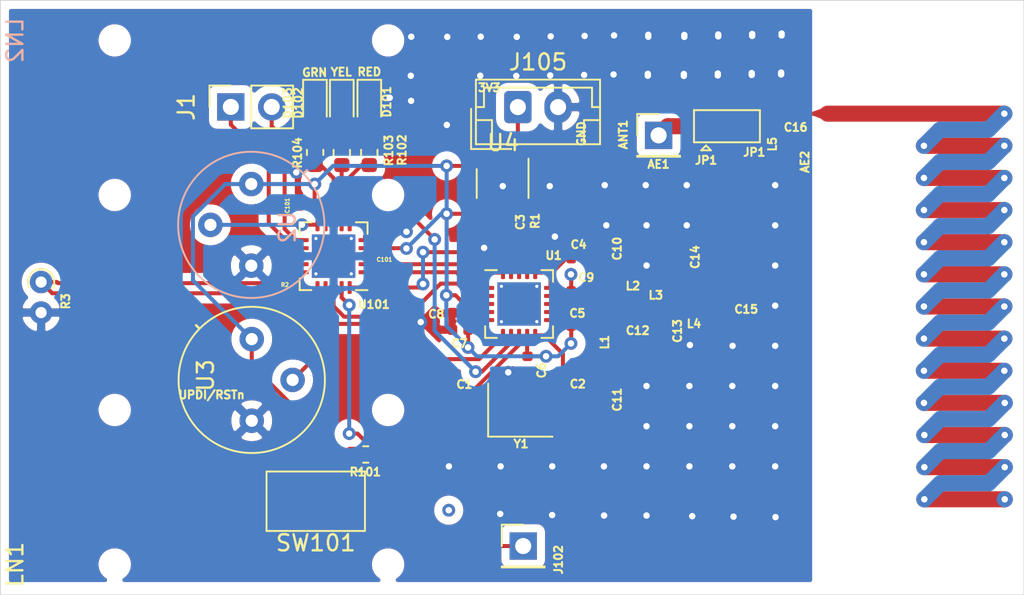
<source format=kicad_pcb>
(kicad_pcb (version 20171130) (host pcbnew "(5.1.5)-3")
  (layers (0 F.Cu signal) (31 B.Cu signal) (34 B.Paste user) (35 F.Paste user) (36 B.SilkS user) (37 F.SilkS user) (38 B.Mask user) (39 F.Mask user) (44 Edge.Cuts user))
  (net 0 "")
  (net 1 "Net-(AE1-Pad1)")
  (net 2 GND)
  (net 3 +3V3)
  (net 4 "Net-(C11-Pad1)")
  (net 5 "Net-(C13-Pad1)")
  (net 6 "Net-(AE2-Pad1)")
  (net 7 "Net-(C16-Pad2)")
  (net 8 /Sheet6001F837/Q1)
  (net 9 /Sheet6001F837/Q2)
  (net 10 /Sheet6001F837/RFN)
  (net 11 "Net-(C12-Pad1)")
  (net 12 /Sheet6001F837/RFP)
  (net 13 "Net-(C14-Pad2)")
  (net 14 "Net-(C15-Pad2)")
  (net 15 "Net-(D101-Pad2)")
  (net 16 "Net-(D102-Pad2)")
  (net 17 "Net-(D103-Pad2)")
  (net 18 /Sheet6001F810/RESETn_UPDI)
  (net 19 "Net-(R1-Pad2)")
  (net 20 /Sheet6001F810/RED)
  (net 21 /Sheet6001F810/YELLOW)
  (net 22 /Sheet6001F810/GREEN)
  (net 23 /Sheet6001F810/SCK)
  (net 24 /Sheet6001F810/MISO)
  (net 25 /Sheet6001F810/GDO2)
  (net 26 /Sheet6001F810/GDO0)
  (net 27 /Sheet6001F837/CSn)
  (net 28 /Sheet6001F810/MOSI)
  (net 29 /Sheet5FFE69EF/to_LDR)
  (net 30 /Sheet5FFE69EF/LDR)
  (net 31 /Sheet5FFE69EF/PIR_1)
  (net 32 /Sheet5FFE69EF/PIR_2)
  (net 33 "Net-(U101-Pad13)")
  (net 34 "Net-(J105-Pad1)")
  (net 35 /Sheet6001F810/RXD)
  (net 36 /Sheet6001F810/TXD)
  (module CUSTOM:FRESNEL_LENS_23x23mm (layer B.Cu) (at 121.43 113.49 270)
    (fp_text reference LN2 (at 0 3.2 90) (layer B.SilkS) (effects (justify mirror)))
    (fp_text value FRESNEL_LENS hide)
    (pad "" np_thru_hole circle (at 23 -20 270) (size 1 1) (drill 1) (layers *.Cu *.Mask))
    (pad "" np_thru_hole circle (at 0 -20 270) (size 1 1) (drill 1) (layers *.Cu *.Mask))
    (pad "" np_thru_hole circle (at 23 -3 270) (size 1 1) (drill 1) (layers *.Cu *.Mask))
    (pad "" np_thru_hole circle (at 0 -3 270) (size 1 1) (drill 1) (layers *.Cu *.Mask))
  )
  (module CUSTOM:digital_PIR_sensor (layer B.Cu) (at 132.92 124.97 90)
    (fp_text reference U2 (at -0.15 2.24 270) (layer B.SilkS) (effects (justify mirror)))
    (fp_text value PIR_digital_sensor)
    (pad 1 thru_hole circle (at 2.54 0 90) (size 1.524 1.524) (drill 0.762) (layers *.Cu *.Mask) (net 3 +3V3))
    (pad 2 thru_hole circle (at 0 -2.54 90) (size 1.524 1.524) (drill 0.762) (layers *.Cu *.Mask) (net 31 /Sheet5FFE69EF/PIR_1))
    (pad 3 thru_hole circle (at -2.54 0 90) (size 1.524 1.524) (drill 0.762) (layers *.Cu *.Mask) (net 2 GND))
  )
  (module CUSTOM:digital_PIR_sensor (layer F.Cu) (at 132.95 134.62 90)
    (fp_text reference U3 (at 0.28 -2.87 90) (layer F.SilkS))
    (fp_text value PIR_digital_sensor)
    (pad 3 thru_hole circle (at -2.54 0 90) (size 1.524 1.524) (drill 0.762) (layers *.Cu *.Mask) (net 2 GND))
    (pad 2 thru_hole circle (at 0 2.54 90) (size 1.524 1.524) (drill 0.762) (layers *.Cu *.Mask) (net 32 /Sheet5FFE69EF/PIR_2))
    (pad 1 thru_hole circle (at 2.54 0 90) (size 1.524 1.524) (drill 0.762) (layers *.Cu *.Mask) (net 3 +3V3))
  )
  (module CUSTOM:FRESNEL_LENS_23x23mm (layer F.Cu) (at 121.43 146.11 90)
    (fp_text reference LN1 (at 0 -3.2 90) (layer F.SilkS))
    (fp_text value FRESNEL_LENS hide)
    (pad "" np_thru_hole circle (at 23 20 90) (size 1 1) (drill 1) (layers *.Cu *.Mask))
    (pad "" np_thru_hole circle (at 0 20 90) (size 1 1) (drill 1) (layers *.Cu *.Mask))
    (pad "" np_thru_hole circle (at 23 3 90) (size 1 1) (drill 1) (layers *.Cu *.Mask))
    (pad "" np_thru_hole circle (at 0 3 90) (size 1 1) (drill 1) (layers *.Cu *.Mask))
  )
  (module Button_Switch_SMD:SW_SPST_CK_RS282G05A3 (layer F.Cu) (at 136.93 142.17 180)
    (fp_text reference SW101 (at 0 -2.6) (layer F.SilkS))
    (fp_text value SW_Push)
    (pad 2 smd rect (at 3.9 0 180) (size 1.5 1.5) (layers F.Cu F.Paste F.Mask) (net 2 GND))
    (pad 1 smd rect (at -3.9 0 180) (size 1.5 1.5) (layers F.Cu F.Paste F.Mask) (net 18 /Sheet6001F810/RESETn_UPDI))
  )
  (module Connector_PinSocket_2.54mm:PinSocket_1x02_P2.54mm_Vertical (layer F.Cu) (at 131.65 117.63 90)
    (fp_text reference J1 (at 0 -2.77 90) (layer F.SilkS))
    (fp_text value UART)
    (pad 2 thru_hole oval (at 0 2.54 90) (size 1.7 1.7) (drill 1) (layers *.Cu *.Mask) (net 35 /Sheet6001F810/RXD))
    (pad 1 thru_hole rect (at 0 0 90) (size 1.7 1.7) (drill 1) (layers *.Cu *.Mask) (net 36 /Sheet6001F810/TXD))
  )
  (module Package_TO_SOT_SMD:SOT-23-5 (layer F.Cu) (at 148.55 122.4 270)
    (fp_text reference U4 (at -2.54 -0.04 180) (layer F.SilkS))
    (fp_text value AP7351D-30WS-7)
    (pad 5 smd rect (at 1.1 -0.95 270) (size 1.06 0.65) (layers F.Cu F.Paste F.Mask))
    (pad 4 smd rect (at 1.1 0.95 270) (size 1.06 0.65) (layers F.Cu F.Paste F.Mask))
    (pad 3 smd rect (at -1.1 0.95 270) (size 1.06 0.65) (layers F.Cu F.Paste F.Mask) (net 3 +3V3))
    (pad 2 smd rect (at -1.1 0 270) (size 1.06 0.65) (layers F.Cu F.Paste F.Mask) (net 2 GND))
    (pad 1 smd rect (at -1.1 -0.95 270) (size 1.06 0.65) (layers F.Cu F.Paste F.Mask) (net 34 "Net-(J105-Pad1)"))
  )
  (module Connector_JST:JST_EH_B2B-EH-A_1x02_P2.50mm_Vertical (layer F.Cu) (at 149.5 117.64)
    (fp_text reference J105 (at 1.25 -2.8) (layer F.SilkS))
    (fp_text value extenal_battery)
    (pad 2 thru_hole oval (at 2.5 0) (size 1.7 2) (drill 1) (layers *.Cu *.Mask) (net 2 GND))
    (pad 1 thru_hole roundrect (at 0 0) (size 1.7 2) (drill 1) (layers *.Cu *.Mask) (roundrect_rratio 0.147059) (net 34 "Net-(J105-Pad1)"))
  )
  (module Capacitor_SMD:C_0402_1005Metric (layer F.Cu) (at 141.2 125.94 90)
    (fp_text reference C101 (at -1.19 0) (layer F.SilkS) (effects (font (size 0.25 0.25) (thickness 0.0625))))
    (fp_text value "0.1uF, 10V")
    (pad 2 smd roundrect (at 0.485 0 90) (size 0.59 0.64) (layers F.Cu F.Paste F.Mask) (net 2 GND))
    (pad 1 smd roundrect (at -0.485 0 90) (size 0.59 0.64) (layers F.Cu F.Paste F.Mask) (net 3 +3V3))
  )
  (module Resistor_SMD:R_0201_0603Metric (layer F.Cu) (at 135.01 127.74 90)
    (fp_text reference R2 (at -0.96 0 180) (layer F.SilkS) (effects (font (size 0.25 0.25) (thickness 0.0625))))
    (fp_text value 20k)
    (pad 2 smd roundrect (at 0.32 0 90) (size 0.46 0.4) (layers F.Cu F.Mask) (net 29 /Sheet5FFE69EF/to_LDR))
    (pad 1 smd roundrect (at -0.32 0 90) (size 0.46 0.4) (layers F.Cu F.Mask) (net 30 /Sheet5FFE69EF/LDR))
  )
  (module Resistor_THT:R_Axial_DIN0204_L3.6mm_D1.6mm_P1.90mm_Vertical (layer F.Cu) (at 119.85 128.53 270)
    (fp_text reference R3 (at 1.2 -1.53 90) (layer F.SilkS) (effects (font (size 0.5 0.5) (thickness 0.125))))
    (fp_text value LDR_443700)
    (pad 2 thru_hole oval (at 1.9 0 270) (size 1.4 1.4) (drill 0.7) (layers *.Cu *.Mask) (net 2 GND))
    (pad 1 thru_hole circle (at 0 0 270) (size 1.4 1.4) (drill 0.7) (layers *.Cu *.Mask) (net 30 /Sheet5FFE69EF/LDR))
  )
  (module Connector_PinHeader_2.54mm:PinHeader_1x01_P2.54mm_Vertical (layer F.Cu) (at 158.25 119.4)
    (fp_text reference AE1 (at 0 1.8) (layer F.SilkS) (effects (font (size 0.5 0.5) (thickness 0.125))))
    (fp_text value Antenna)
    (pad 1 thru_hole rect (at 0 0) (size 1.7 1.7) (drill 1) (layers *.Cu *.Mask) (net 1 "Net-(AE1-Pad1)"))
  )
  (module Capacitor_SMD:C_0402_1005Metric (layer F.Cu) (at 146.365 135.7 180)
    (fp_text reference C1 (at 0.19 0.8) (layer F.SilkS) (effects (font (size 0.5 0.5) (thickness 0.125))))
    (fp_text value 12pF)
    (pad 2 smd roundrect (at 0.485 0 180) (size 0.59 0.64) (layers F.Cu F.Paste F.Mask) (net 2 GND))
    (pad 1 smd roundrect (at -0.485 0 180) (size 0.59 0.64) (layers F.Cu F.Paste F.Mask) (net 8 /Sheet6001F837/Q1))
  )
  (module Capacitor_SMD:C_0402_1005Metric (layer F.Cu) (at 152.785 135.7)
    (fp_text reference C2 (at 0.44 -0.825) (layer F.SilkS) (effects (font (size 0.5 0.5) (thickness 0.125))))
    (fp_text value 15pF)
    (pad 1 smd roundrect (at -0.485 0) (size 0.59 0.64) (layers F.Cu F.Paste F.Mask) (net 9 /Sheet6001F837/Q2))
    (pad 2 smd roundrect (at 0.485 0) (size 0.59 0.64) (layers F.Cu F.Paste F.Mask) (net 2 GND))
  )
  (module Capacitor_SMD:C_0402_1005Metric (layer F.Cu) (at 149.6 126.215 90)
    (fp_text reference C3 (at 1.415 0.05 90) (layer F.SilkS) (effects (font (size 0.5 0.5) (thickness 0.125))))
    (fp_text value 0.1uF)
    (pad 2 smd roundrect (at 0.485 0 90) (size 0.59 0.64) (layers F.Cu F.Paste F.Mask) (net 2 GND))
    (pad 1 smd roundrect (at -0.485 0 90) (size 0.59 0.64) (layers F.Cu F.Paste F.Mask) (net 3 +3V3))
  )
  (module Capacitor_SMD:C_0402_1005Metric (layer F.Cu) (at 153.3 127.05)
    (fp_text reference C4 (at -0.025 -0.85) (layer F.SilkS) (effects (font (size 0.5 0.5) (thickness 0.125))))
    (fp_text value 0.1uF)
    (pad 2 smd roundrect (at 0.485 0) (size 0.59 0.64) (layers F.Cu F.Paste F.Mask) (net 2 GND))
    (pad 1 smd roundrect (at -0.485 0) (size 0.59 0.64) (layers F.Cu F.Paste F.Mask) (net 3 +3V3))
  )
  (module Capacitor_SMD:C_0402_1005Metric (layer F.Cu) (at 153.3 131.25)
    (fp_text reference C5 (at -0.1 -0.775) (layer F.SilkS) (effects (font (size 0.5 0.5) (thickness 0.125))))
    (fp_text value 0.1uF)
    (pad 1 smd roundrect (at -0.485 0) (size 0.59 0.64) (layers F.Cu F.Paste F.Mask) (net 3 +3V3))
    (pad 2 smd roundrect (at 0.485 0) (size 0.59 0.64) (layers F.Cu F.Paste F.Mask) (net 2 GND))
  )
  (module Capacitor_SMD:C_0402_1005Metric (layer F.Cu) (at 150.1 133.635 270)
    (fp_text reference C6 (at 0.39 -0.875 90) (layer F.SilkS) (effects (font (size 0.5 0.5) (thickness 0.125))))
    (fp_text value 0.1uF)
    (pad 1 smd roundrect (at -0.485 0 270) (size 0.59 0.64) (layers F.Cu F.Paste F.Mask) (net 3 +3V3))
    (pad 2 smd roundrect (at 0.485 0 270) (size 0.59 0.64) (layers F.Cu F.Paste F.Mask) (net 2 GND))
  )
  (module Capacitor_SMD:C_0402_1005Metric (layer F.Cu) (at 145.92 131.5 180)
    (fp_text reference C7 (at 0.05 -0.85) (layer F.SilkS) (effects (font (size 0.5 0.5) (thickness 0.125))))
    (fp_text value 0.1uF)
    (pad 2 smd roundrect (at 0.485 0 180) (size 0.59 0.64) (layers F.Cu F.Paste F.Mask) (net 2 GND))
    (pad 1 smd roundrect (at -0.485 0 180) (size 0.59 0.64) (layers F.Cu F.Paste F.Mask) (net 3 +3V3))
  )
  (module Capacitor_SMD:C_0402_1005Metric (layer F.Cu) (at 145.915 130.45 180)
    (fp_text reference C8 (at 1.49 -0.075) (layer F.SilkS) (effects (font (size 0.5 0.5) (thickness 0.125))))
    (fp_text value 0.1uF)
    (pad 2 smd roundrect (at 0.485 0 180) (size 0.59 0.64) (layers F.Cu F.Paste F.Mask) (net 2 GND))
    (pad 1 smd roundrect (at -0.485 0 180) (size 0.59 0.64) (layers F.Cu F.Paste F.Mask) (net 3 +3V3))
  )
  (module Capacitor_SMD:C_0402_1005Metric (layer F.Cu) (at 153.3 129.1)
    (fp_text reference C9 (at 0.45 -0.85) (layer F.SilkS) (effects (font (size 0.5 0.5) (thickness 0.125))))
    (fp_text value 0.1uF)
    (pad 2 smd roundrect (at 0.485 0) (size 0.59 0.64) (layers F.Cu F.Paste F.Mask) (net 2 GND))
    (pad 1 smd roundrect (at -0.485 0) (size 0.59 0.64) (layers F.Cu F.Paste F.Mask) (net 3 +3V3))
  )
  (module Capacitor_SMD:C_0402_1005Metric (layer F.Cu) (at 155.7 128.175 270)
    (fp_text reference C10 (at -1.725 0.025 90) (layer F.SilkS) (effects (font (size 0.5 0.5) (thickness 0.125))))
    (fp_text value 3.9pF)
    (pad 1 smd roundrect (at -0.485 0 270) (size 0.59 0.64) (layers F.Cu F.Paste F.Mask) (net 2 GND))
    (pad 2 smd roundrect (at 0.485 0 270) (size 0.59 0.64) (layers F.Cu F.Paste F.Mask) (net 10 /Sheet6001F837/RFN))
  )
  (module Capacitor_SMD:C_0402_1005Metric (layer F.Cu) (at 155.7 134.15 270)
    (fp_text reference C11 (at 1.7 0.025 90) (layer F.SilkS) (effects (font (size 0.5 0.5) (thickness 0.125))))
    (fp_text value 220pF)
    (pad 2 smd roundrect (at 0.485 0 270) (size 0.59 0.64) (layers F.Cu F.Paste F.Mask) (net 2 GND))
    (pad 1 smd roundrect (at -0.485 0 270) (size 0.59 0.64) (layers F.Cu F.Paste F.Mask) (net 4 "Net-(C11-Pad1)"))
  )
  (module Capacitor_SMD:C_0402_1005Metric (layer F.Cu) (at 156.16 130.66 180)
    (fp_text reference C12 (at -0.79 -0.89 180) (layer F.SilkS) (effects (font (size 0.5 0.5) (thickness 0.125))))
    (fp_text value 3.9pF)
    (pad 1 smd roundrect (at -0.485 0 180) (size 0.59 0.64) (layers F.Cu F.Paste F.Mask) (net 11 "Net-(C12-Pad1)"))
    (pad 2 smd roundrect (at 0.485 0 180) (size 0.59 0.64) (layers F.Cu F.Paste F.Mask) (net 12 /Sheet6001F837/RFP))
  )
  (module Capacitor_SMD:C_0402_1005Metric (layer F.Cu) (at 158.56 131.68 270)
    (fp_text reference C13 (at -0.105 -0.865 90) (layer F.SilkS) (effects (font (size 0.5 0.5) (thickness 0.125))))
    (fp_text value 8.2pF)
    (pad 1 smd roundrect (at -0.485 0 270) (size 0.59 0.64) (layers F.Cu F.Paste F.Mask) (net 5 "Net-(C13-Pad1)"))
    (pad 2 smd roundrect (at 0.485 0 270) (size 0.59 0.64) (layers F.Cu F.Paste F.Mask) (net 2 GND))
  )
  (module Capacitor_SMD:C_0402_1005Metric (layer F.Cu) (at 160.52 128.74 270)
    (fp_text reference C14 (at -1.765 -0.005 90) (layer F.SilkS) (effects (font (size 0.5 0.5) (thickness 0.125))))
    (fp_text value 5.6pF)
    (pad 2 smd roundrect (at 0.485 0 270) (size 0.59 0.64) (layers F.Cu F.Paste F.Mask) (net 13 "Net-(C14-Pad2)"))
    (pad 1 smd roundrect (at -0.485 0 270) (size 0.59 0.64) (layers F.Cu F.Paste F.Mask) (net 2 GND))
  )
  (module Capacitor_SMD:C_0402_1005Metric (layer F.Cu) (at 162.02 130.2)
    (fp_text reference C15 (at 1.68 0.025) (layer F.SilkS) (effects (font (size 0.5 0.5) (thickness 0.125))))
    (fp_text value 220pF)
    (pad 2 smd roundrect (at 0.485 0) (size 0.59 0.64) (layers F.Cu F.Paste F.Mask) (net 14 "Net-(C15-Pad2)"))
    (pad 1 smd roundrect (at -0.485 0) (size 0.59 0.64) (layers F.Cu F.Paste F.Mask) (net 13 "Net-(C14-Pad2)"))
  )
  (module Capacitor_SMD:C_0402_1005Metric (layer F.Cu) (at 166.835 118.05 180)
    (fp_text reference C16 (at 0.06 -0.85) (layer F.SilkS) (effects (font (size 0.5 0.5) (thickness 0.125))))
    (fp_text value "0.9 pF")
    (pad 2 smd roundrect (at 0.485 0 180) (size 0.59 0.64) (layers F.Cu F.Paste F.Mask) (net 7 "Net-(C16-Pad2)"))
    (pad 1 smd roundrect (at -0.485 0 180) (size 0.59 0.64) (layers F.Cu F.Paste F.Mask) (net 6 "Net-(AE2-Pad1)"))
  )
  (module Inductor_SMD:L_0402_1005Metric (layer F.Cu) (at 155.7 132.2 90)
    (fp_text reference L1 (at -0.075 -0.8 90) (layer F.SilkS) (effects (font (size 0.5 0.5) (thickness 0.125))))
    (fp_text value 27nH)
    (pad 1 smd roundrect (at -0.485 0 90) (size 0.59 0.64) (layers F.Cu F.Paste F.Mask) (net 4 "Net-(C11-Pad1)"))
    (pad 2 smd roundrect (at 0.485 0 90) (size 0.59 0.64) (layers F.Cu F.Paste F.Mask) (net 12 /Sheet6001F837/RFP))
  )
  (module Inductor_SMD:L_0402_1005Metric (layer F.Cu) (at 156.16 129.65)
    (fp_text reference L2 (at 0.49 -0.875 180) (layer F.SilkS) (effects (font (size 0.5 0.5) (thickness 0.125))))
    (fp_text value 27nH)
    (pad 2 smd roundrect (at 0.485 0) (size 0.59 0.64) (layers F.Cu F.Paste F.Mask) (net 11 "Net-(C12-Pad1)"))
    (pad 1 smd roundrect (at -0.485 0) (size 0.59 0.64) (layers F.Cu F.Paste F.Mask) (net 10 /Sheet6001F837/RFN))
  )
  (module Inductor_SMD:L_0402_1005Metric (layer F.Cu) (at 158.09 130.2 180)
    (fp_text reference L3 (at 0.015 0.85) (layer F.SilkS) (effects (font (size 0.5 0.5) (thickness 0.125))))
    (fp_text value 22nH)
    (pad 1 smd roundrect (at -0.485 0 180) (size 0.59 0.64) (layers F.Cu F.Paste F.Mask) (net 5 "Net-(C13-Pad1)"))
    (pad 2 smd roundrect (at 0.485 0 180) (size 0.59 0.64) (layers F.Cu F.Paste F.Mask) (net 11 "Net-(C12-Pad1)"))
  )
  (module Inductor_SMD:L_0402_1005Metric (layer F.Cu) (at 160.05 130.2 180)
    (fp_text reference L4 (at -0.4 -0.925) (layer F.SilkS) (effects (font (size 0.5 0.5) (thickness 0.125))))
    (fp_text value 27nH)
    (pad 2 smd roundrect (at 0.485 0 180) (size 0.59 0.64) (layers F.Cu F.Paste F.Mask) (net 5 "Net-(C13-Pad1)"))
    (pad 1 smd roundrect (at -0.485 0 180) (size 0.59 0.64) (layers F.Cu F.Paste F.Mask) (net 13 "Net-(C14-Pad2)"))
  )
  (module Inductor_SMD:L_0402_1005Metric (layer F.Cu) (at 165.35 118.51 270)
    (fp_text reference L5 (at 1.44 0.025 90) (layer F.SilkS) (effects (font (size 0.5 0.5) (thickness 0.125))))
    (fp_text value 56nH)
    (pad 2 smd roundrect (at 0.485 0 270) (size 0.59 0.64) (layers F.Cu F.Paste F.Mask) (net 2 GND))
    (pad 1 smd roundrect (at -0.485 0 270) (size 0.59 0.64) (layers F.Cu F.Paste F.Mask) (net 7 "Net-(C16-Pad2)"))
  )
  (module Package_DFN_QFN:QFN-20-1EP_4x4mm_P0.5mm_EP2.7x2.7mm_ThermalVias (layer F.Cu) (at 149.575001 129.895001)
    (fp_text reference U1 (at 2.149999 -3.020001) (layer F.SilkS) (effects (font (size 0.5 0.5) (thickness 0.125))))
    (fp_text value CC110L)
    (pad 1 smd roundrect (at -1.95 -1) (size 0.8 0.25) (layers F.Cu F.Paste F.Mask) (net 23 /Sheet6001F810/SCK))
    (pad 2 smd roundrect (at -1.95 -0.5) (size 0.8 0.25) (layers F.Cu F.Paste F.Mask) (net 24 /Sheet6001F810/MISO))
    (pad 3 smd roundrect (at -1.95 0) (size 0.8 0.25) (layers F.Cu F.Paste F.Mask) (net 25 /Sheet6001F810/GDO2))
    (pad 4 smd roundrect (at -1.95 0.5) (size 0.8 0.25) (layers F.Cu F.Paste F.Mask) (net 3 +3V3))
    (pad 5 smd roundrect (at -1.95 1) (size 0.8 0.25) (layers F.Cu F.Paste F.Mask) (net 3 +3V3))
    (pad 6 smd roundrect (at -1 1.95) (size 0.25 0.8) (layers F.Cu F.Paste F.Mask) (net 26 /Sheet6001F810/GDO0))
    (pad 7 smd roundrect (at -0.5 1.95) (size 0.25 0.8) (layers F.Cu F.Paste F.Mask) (net 27 /Sheet6001F837/CSn))
    (pad 8 smd roundrect (at 0 1.95) (size 0.25 0.8) (layers F.Cu F.Paste F.Mask) (net 8 /Sheet6001F837/Q1))
    (pad 9 smd roundrect (at 0.5 1.95) (size 0.25 0.8) (layers F.Cu F.Paste F.Mask) (net 3 +3V3))
    (pad 10 smd roundrect (at 1 1.95) (size 0.25 0.8) (layers F.Cu F.Paste F.Mask) (net 9 /Sheet6001F837/Q2))
    (pad 11 smd roundrect (at 1.95 1) (size 0.8 0.25) (layers F.Cu F.Paste F.Mask) (net 3 +3V3))
    (pad 12 smd roundrect (at 1.95 0.5) (size 0.8 0.25) (layers F.Cu F.Paste F.Mask) (net 12 /Sheet6001F837/RFP))
    (pad 13 smd roundrect (at 1.95 0) (size 0.8 0.25) (layers F.Cu F.Paste F.Mask) (net 10 /Sheet6001F837/RFN))
    (pad 14 smd roundrect (at 1.95 -0.5) (size 0.8 0.25) (layers F.Cu F.Paste F.Mask) (net 3 +3V3))
    (pad 15 smd roundrect (at 1.95 -1) (size 0.8 0.25) (layers F.Cu F.Paste F.Mask) (net 3 +3V3))
    (pad 16 smd roundrect (at 1 -1.95) (size 0.25 0.8) (layers F.Cu F.Paste F.Mask) (net 2 GND))
    (pad 17 smd roundrect (at 0.5 -1.95) (size 0.25 0.8) (layers F.Cu F.Paste F.Mask) (net 19 "Net-(R1-Pad2)"))
    (pad 18 smd roundrect (at 0 -1.95) (size 0.25 0.8) (layers F.Cu F.Paste F.Mask) (net 3 +3V3))
    (pad 19 smd roundrect (at -0.5 -1.95) (size 0.25 0.8) (layers F.Cu F.Paste F.Mask) (net 2 GND))
    (pad 20 smd roundrect (at -1 -1.95) (size 0.25 0.8) (layers F.Cu F.Paste F.Mask) (net 28 /Sheet6001F810/MOSI))
    (pad 21 smd rect (at 0 0) (size 2.7 2.7) (layers F.Cu F.Mask))
    (pad 21 thru_hole circle (at -1.1 -1.1) (size 0.5 0.5) (drill 0.2) (layers *.Cu))
    (pad 21 thru_hole circle (at 1.1 -1.1) (size 0.5 0.5) (drill 0.2) (layers *.Cu))
    (pad 21 thru_hole circle (at -1.1 1.1) (size 0.5 0.5) (drill 0.2) (layers *.Cu))
    (pad 21 thru_hole circle (at 1.1 1.1) (size 0.5 0.5) (drill 0.2) (layers *.Cu))
    (pad 21 smd rect (at 0 0) (size 2.7 2.7) (layers B.Cu))
  )
  (module Crystal:Crystal_SMD_3225-4Pin_3.2x2.5mm (layer F.Cu) (at 149.65 136.5)
    (fp_text reference Y1 (at 0.05 2.1) (layer F.SilkS) (effects (font (size 0.5 0.5) (thickness 0.125))))
    (fp_text value "26MHz Crystal, 10pF")
    (pad 1 smd rect (at -1.1 0.85) (size 1.4 1.2) (layers F.Cu F.Paste F.Mask) (net 8 /Sheet6001F837/Q1))
    (pad 2 smd rect (at 1.1 0.85) (size 1.4 1.2) (layers F.Cu F.Paste F.Mask) (net 2 GND))
    (pad 3 smd rect (at 1.1 -0.85) (size 1.4 1.2) (layers F.Cu F.Paste F.Mask) (net 9 /Sheet6001F837/Q2))
    (pad 4 smd rect (at -1.1 -0.85) (size 1.4 1.2) (layers F.Cu F.Paste F.Mask) (net 2 GND))
  )
  (module mylib:433MhZ_basedOn_Texas_SWRA416_868MHz_915MHz (layer F.Cu) (at 173.95 127.05 270)
    (fp_text reference AE2 (at -6 6.6 90) (layer F.SilkS) (effects (font (size 0.5 0.5) (thickness 0.125))))
    (fp_text value Antenna)
    (fp_line (start 13 -5.825) (end 13 -0.825) (layer F.Cu) (width 1))
    (fp_line (start 9 -5.825) (end 10 -4.825) (layer B.Cu) (width 1))
    (fp_line (start 10 -1.825) (end 11 -0.825) (layer B.Cu) (width 1))
    (fp_line (start 14 -4.825) (end 14 -1.825) (layer B.Cu) (width 1))
    (fp_line (start 15 -5.825) (end 15 -0.825) (layer F.Cu) (width 1))
    (fp_line (start 11 -5.825) (end 12 -4.825) (layer B.Cu) (width 1))
    (fp_line (start 12 -4.825) (end 12 -1.825) (layer B.Cu) (width 1))
    (fp_line (start 12 -1.825) (end 13 -0.825) (layer B.Cu) (width 1))
    (fp_line (start 14 -1.825) (end 15 -0.825) (layer B.Cu) (width 1))
    (fp_line (start 11 -5.825) (end 11 -0.825) (layer F.Cu) (width 1))
    (fp_line (start 13 -5.825) (end 14 -4.825) (layer B.Cu) (width 1))
    (fp_line (start 10 -4.825) (end 10 -1.825) (layer B.Cu) (width 1))
    (fp_line (start 7 -5.8) (end 8 -4.8) (layer B.Cu) (width 1))
    (fp_line (start 8 -1.8) (end 9 -0.8) (layer B.Cu) (width 1))
    (fp_line (start 8 -4.8) (end 8 -1.8) (layer B.Cu) (width 1))
    (fp_line (start 9 -5.8) (end 9 -0.8) (layer F.Cu) (width 1))
    (fp_line (start 5 -5.8) (end 6 -4.8) (layer B.Cu) (width 1))
    (fp_line (start 6 -1.8) (end 7 -0.8) (layer B.Cu) (width 1))
    (fp_line (start 6 -4.8) (end 6 -1.8) (layer B.Cu) (width 1))
    (fp_line (start 7 -5.8) (end 7 -0.8) (layer F.Cu) (width 1))
    (fp_line (start 3 -5.8) (end 4 -4.8) (layer B.Cu) (width 1))
    (fp_line (start 4 -1.8) (end 5 -0.8) (layer B.Cu) (width 1))
    (fp_line (start 4 -4.8) (end 4 -1.8) (layer B.Cu) (width 1))
    (fp_line (start 5 -5.8) (end 5 -0.8) (layer F.Cu) (width 1))
    (fp_line (start 1 -5.8) (end 2 -4.8) (layer B.Cu) (width 1))
    (fp_line (start 2 -1.8) (end 3 -0.8) (layer B.Cu) (width 1))
    (fp_line (start 2 -4.8) (end 2 -1.8) (layer B.Cu) (width 1))
    (fp_line (start 3 -5.8) (end 3 -0.8) (layer F.Cu) (width 1))
    (fp_line (start -1 -5.8) (end 0 -4.8) (layer B.Cu) (width 1))
    (fp_line (start 0 -1.8) (end 1 -0.8) (layer B.Cu) (width 1))
    (fp_line (start 0 -4.8) (end 0 -1.8) (layer B.Cu) (width 1))
    (fp_line (start 1 -5.8) (end 1 -0.8) (layer F.Cu) (width 1))
    (fp_line (start -3 -5.8) (end -2 -4.8) (layer B.Cu) (width 1))
    (fp_line (start -2 -1.8) (end -1 -0.8) (layer B.Cu) (width 1))
    (fp_line (start -2 -4.8) (end -2 -1.8) (layer B.Cu) (width 1))
    (fp_line (start -1 -5.8) (end -1 -0.8) (layer F.Cu) (width 1))
    (fp_line (start -4 -4.8) (end -4 -1.8) (layer B.Cu) (width 1))
    (fp_line (start -5 -5.8) (end -4 -4.8) (layer B.Cu) (width 1))
    (fp_line (start -4 -1.8) (end -3 -0.8) (layer B.Cu) (width 1))
    (fp_line (start -3 -5.8) (end -3 -0.8) (layer F.Cu) (width 1))
    (fp_line (start -6 -4.8) (end -6 -1.8) (layer B.Cu) (width 1))
    (fp_line (start -7 -5.8) (end -6 -4.8) (layer B.Cu) (width 1))
    (fp_line (start -6 -1.8) (end -5 -0.8) (layer B.Cu) (width 1))
    (fp_line (start -5 -5.8) (end -5 -0.8) (layer F.Cu) (width 1))
    (fp_line (start -7 -5.8) (end -7 -0.8) (layer F.Cu) (width 1))
    (fp_line (start -9 5.2) (end -9 -5.8) (layer F.Cu) (width 1))
    (fp_line (start -9 -5.8) (end -8 -4.8) (layer B.Cu) (width 1))
    (fp_line (start -8 -4.8) (end -8 -1.8) (layer B.Cu) (width 1))
    (fp_line (start -8 -1.8) (end -7 -0.8) (layer B.Cu) (width 1))
    (pad "" thru_hole circle (at 15 -5.825 90) (size 1 1) (drill 0.4) (layers *.Cu))
    (pad "" thru_hole circle (at 9 -5.825 90) (size 1 1) (drill 0.4) (layers *.Cu))
    (pad "" thru_hole circle (at 13 -0.825 90) (size 1 1) (drill 0.4) (layers *.Cu))
    (pad "" thru_hole circle (at 15 -0.825 90) (size 1 1) (drill 0.4) (layers *.Cu))
    (pad "" thru_hole circle (at 13 -5.825 90) (size 1 1) (drill 0.4) (layers *.Cu))
    (pad "" thru_hole circle (at 11 -5.825 90) (size 1 1) (drill 0.4) (layers *.Cu))
    (pad "" thru_hole circle (at 11 -0.825 90) (size 1 1) (drill 0.4) (layers *.Cu))
    (pad "" thru_hole circle (at 9 -0.8 90) (size 1 1) (drill 0.4) (layers *.Cu))
    (pad "" thru_hole circle (at 7 -5.8 90) (size 1 1) (drill 0.4) (layers *.Cu))
    (pad "" thru_hole circle (at 7 -0.8 90) (size 1 1) (drill 0.4) (layers *.Cu))
    (pad "" thru_hole circle (at 5 -0.8 90) (size 1 1) (drill 0.4) (layers *.Cu))
    (pad "" thru_hole circle (at 5 -5.8 90) (size 1 1) (drill 0.4) (layers *.Cu))
    (pad "" thru_hole circle (at 3 -0.8 90) (size 1 1) (drill 0.4) (layers *.Cu))
    (pad "" thru_hole circle (at 3 -5.8 90) (size 1 1) (drill 0.4) (layers *.Cu))
    (pad "" thru_hole circle (at 1 -5.8 90) (size 1 1) (drill 0.4) (layers *.Cu))
    (pad "" thru_hole circle (at 1 -0.8 90) (size 1 1) (drill 0.4) (layers *.Cu))
    (pad "" thru_hole circle (at -1 -0.8 90) (size 1 1) (drill 0.4) (layers *.Cu))
    (pad "" thru_hole circle (at -1 -5.8 90) (size 1 1) (drill 0.4) (layers *.Cu))
    (pad "" thru_hole circle (at -3 -5.8 90) (size 1 1) (drill 0.4) (layers *.Cu))
    (pad "" thru_hole circle (at -3 -0.8 90) (size 1 1) (drill 0.4) (layers *.Cu))
    (pad "" thru_hole circle (at -5 -0.8 90) (size 1 1) (drill 0.4) (layers *.Cu))
    (pad "" thru_hole circle (at -5 -5.8 90) (size 1 1) (drill 0.4) (layers *.Cu))
    (pad "" thru_hole circle (at -7 -5.8 90) (size 1 1) (drill 0.4) (layers *.Cu))
    (pad "" thru_hole circle (at -7 -0.8 90) (size 1 1) (drill 0.4) (layers *.Cu))
    (pad "" thru_hole circle (at -9 -5.8 90) (size 1 1) (drill 0.4) (layers *.Cu))
    (pad 1 smd trapezoid (at -9 5.9 90) (size 0.4 0.8) (rect_delta 0 0.3) (layers F.Cu) (net 6 "Net-(AE2-Pad1)"))
  )
  (module Jumper:SolderJumper-3_P1.3mm_Open_Pad1.0x1.5mm (layer F.Cu) (at 162.5 118.83)
    (fp_text reference JP1 (at 1.7 1.62) (layer F.SilkS) (effects (font (size 0.5 0.5) (thickness 0.125))))
    (fp_text value Jumper_3_Open)
    (pad 3 smd rect (at 1.3 0) (size 1 1.5) (layers F.Cu F.Mask) (net 7 "Net-(C16-Pad2)"))
    (pad 2 smd rect (at 0 0) (size 1 1.5) (layers F.Cu F.Mask) (net 14 "Net-(C15-Pad2)"))
    (pad 1 smd rect (at -1.3 0) (size 1 1.5) (layers F.Cu F.Mask) (net 1 "Net-(AE1-Pad1)"))
  )
  (module Capacitor_SMD:C_0402_1005Metric (layer F.Cu) (at 136.375 123.77 180)
    (fp_text reference C101 (at 1.21 0 90) (layer F.SilkS) (effects (font (size 0.25 0.25) (thickness 0.0625))))
    (fp_text value "0.1uF, 10V")
    (pad 1 smd roundrect (at -0.485 0 180) (size 0.59 0.64) (layers F.Cu F.Paste F.Mask) (net 3 +3V3))
    (pad 2 smd roundrect (at 0.485 0 180) (size 0.59 0.64) (layers F.Cu F.Paste F.Mask) (net 2 GND))
  )
  (module LED_SMD:LED_0603_1608Metric (layer F.Cu) (at 140.26 117.4275 270)
    (fp_text reference D101 (at -0.1125 -1.085 90) (layer F.SilkS) (effects (font (size 0.5 0.5) (thickness 0.125))))
    (fp_text value RED)
    (pad 2 smd roundrect (at 0.7875 0 270) (size 0.875 0.95) (layers F.Cu F.Paste F.Mask) (net 15 "Net-(D101-Pad2)"))
    (pad 1 smd roundrect (at -0.7875 0 270) (size 0.875 0.95) (layers F.Cu F.Paste F.Mask) (net 2 GND))
  )
  (module LED_SMD:LED_0603_1608Metric (layer F.Cu) (at 138.55 117.4275 270)
    (fp_text reference D102 (at -0.0375 2.705 90) (layer F.SilkS) (effects (font (size 0.5 0.5) (thickness 0.125))))
    (fp_text value YELLOW)
    (pad 1 smd roundrect (at -0.7875 0 270) (size 0.875 0.95) (layers F.Cu F.Paste F.Mask) (net 2 GND))
    (pad 2 smd roundrect (at 0.7875 0 270) (size 0.875 0.95) (layers F.Cu F.Paste F.Mask) (net 16 "Net-(D102-Pad2)"))
  )
  (module LED_SMD:LED_0603_1608Metric (layer F.Cu) (at 136.88 117.4275 270)
    (fp_text reference D103 (at -0.0375 1.685 90) (layer F.SilkS) (effects (font (size 0.5 0.5) (thickness 0.125))))
    (fp_text value GREEN)
    (pad 2 smd roundrect (at 0.7875 0 270) (size 0.875 0.95) (layers F.Cu F.Paste F.Mask) (net 17 "Net-(D103-Pad2)"))
    (pad 1 smd roundrect (at -0.7875 0 270) (size 0.875 0.95) (layers F.Cu F.Paste F.Mask) (net 2 GND))
  )
  (module Resistor_SMD:R_0402_1005Metric (layer F.Cu) (at 150.65 126.2 270)
    (fp_text reference R1 (at -1.475 0.075 90) (layer F.SilkS) (effects (font (size 0.5 0.5) (thickness 0.125))))
    (fp_text value 56K)
    (pad 1 smd roundrect (at -0.485 0 270) (size 0.59 0.64) (layers F.Cu F.Paste F.Mask) (net 2 GND))
    (pad 2 smd roundrect (at 0.485 0 270) (size 0.59 0.64) (layers F.Cu F.Paste F.Mask) (net 19 "Net-(R1-Pad2)"))
  )
  (module Resistor_SMD:R_0603_1608Metric (layer F.Cu) (at 140.04 139.26)
    (fp_text reference R101 (at -0.03 1.09) (layer F.SilkS) (effects (font (size 0.5 0.5) (thickness 0.125))))
    (fp_text value 10K)
    (pad 2 smd roundrect (at 0.7875 0) (size 0.875 0.95) (layers F.Cu F.Paste F.Mask) (net 18 /Sheet6001F810/RESETn_UPDI))
    (pad 1 smd roundrect (at -0.7875 0) (size 0.875 0.95) (layers F.Cu F.Paste F.Mask) (net 3 +3V3))
  )
  (module Resistor_SMD:R_0603_1608Metric (layer F.Cu) (at 140.26 120.46 90)
    (fp_text reference R102 (at 0.145 2.035 90) (layer F.SilkS) (effects (font (size 0.5 0.5) (thickness 0.125))))
    (fp_text value 2.2K)
    (pad 2 smd roundrect (at 0.7875 0 90) (size 0.875 0.95) (layers F.Cu F.Paste F.Mask) (net 15 "Net-(D101-Pad2)"))
    (pad 1 smd roundrect (at -0.7875 0 90) (size 0.875 0.95) (layers F.Cu F.Paste F.Mask) (net 20 /Sheet6001F810/RED))
  )
  (module Resistor_SMD:R_0603_1608Metric (layer F.Cu) (at 138.55 120.46 90)
    (fp_text reference R103 (at 0.12 2.92 90) (layer F.SilkS) (effects (font (size 0.5 0.5) (thickness 0.125))))
    (fp_text value 2.2K)
    (pad 2 smd roundrect (at 0.7875 0 90) (size 0.875 0.95) (layers F.Cu F.Paste F.Mask) (net 16 "Net-(D102-Pad2)"))
    (pad 1 smd roundrect (at -0.7875 0 90) (size 0.875 0.95) (layers F.Cu F.Paste F.Mask) (net 21 /Sheet6001F810/YELLOW))
  )
  (module Package_DFN_QFN:QFN-20-1EP_4x4mm_P0.5mm_EP2.7x2.7mm_ThermalVias (layer F.Cu) (at 138.04 126.92 180)
    (fp_text reference U101 (at -2.51 -3.005) (layer F.SilkS) (effects (font (size 0.5 0.5) (thickness 0.125))))
    (fp_text value ATtiny1606-M)
    (pad 21 smd rect (at 0 0 180) (size 2.7 2.7) (layers B.Cu) (net 2 GND))
    (pad 21 thru_hole circle (at 1.1 1.1 180) (size 0.5 0.5) (drill 0.2) (layers *.Cu) (net 2 GND))
    (pad 21 thru_hole circle (at -1.1 1.1 180) (size 0.5 0.5) (drill 0.2) (layers *.Cu) (net 2 GND))
    (pad 21 thru_hole circle (at 1.1 -1.1 180) (size 0.5 0.5) (drill 0.2) (layers *.Cu) (net 2 GND))
    (pad 21 thru_hole circle (at -1.1 -1.1 180) (size 0.5 0.5) (drill 0.2) (layers *.Cu) (net 2 GND))
    (pad 21 smd rect (at 0 0 180) (size 2.7 2.7) (layers F.Cu F.Mask) (net 2 GND))
    (pad 20 smd roundrect (at -1 -1.95 180) (size 0.25 0.8) (layers F.Cu F.Paste F.Mask) (net 28 /Sheet6001F810/MOSI))
    (pad 19 smd roundrect (at -0.5 -1.95 180) (size 0.25 0.8) (layers F.Cu F.Paste F.Mask) (net 18 /Sheet6001F810/RESETn_UPDI))
    (pad 18 smd roundrect (at 0 -1.95 180) (size 0.25 0.8) (layers F.Cu F.Paste F.Mask) (net 25 /Sheet6001F810/GDO2))
    (pad 17 smd roundrect (at 0.5 -1.95 180) (size 0.25 0.8) (layers F.Cu F.Paste F.Mask) (net 26 /Sheet6001F810/GDO0))
    (pad 16 smd roundrect (at 1 -1.95 180) (size 0.25 0.8) (layers F.Cu F.Paste F.Mask) (net 32 /Sheet5FFE69EF/PIR_2))
    (pad 15 smd roundrect (at 1.95 -1 180) (size 0.8 0.25) (layers F.Cu F.Paste F.Mask) (net 30 /Sheet5FFE69EF/LDR))
    (pad 14 smd roundrect (at 1.95 -0.5 180) (size 0.8 0.25) (layers F.Cu F.Paste F.Mask) (net 29 /Sheet5FFE69EF/to_LDR))
    (pad 13 smd roundrect (at 1.95 0 180) (size 0.8 0.25) (layers F.Cu F.Paste F.Mask) (net 33 "Net-(U101-Pad13)"))
    (pad 12 smd roundrect (at 1.95 0.5 180) (size 0.8 0.25) (layers F.Cu F.Paste F.Mask) (net 36 /Sheet6001F810/TXD))
    (pad 11 smd roundrect (at 1.95 1 180) (size 0.8 0.25) (layers F.Cu F.Paste F.Mask) (net 35 /Sheet6001F810/RXD))
    (pad 10 smd roundrect (at 1 1.95 180) (size 0.25 0.8) (layers F.Cu F.Paste F.Mask) (net 31 /Sheet5FFE69EF/PIR_1))
    (pad 9 smd roundrect (at 0.5 1.95 180) (size 0.25 0.8) (layers F.Cu F.Paste F.Mask) (net 3 +3V3))
    (pad 8 smd roundrect (at 0 1.95 180) (size 0.25 0.8) (layers F.Cu F.Paste F.Mask) (net 22 /Sheet6001F810/GREEN))
    (pad 7 smd roundrect (at -0.5 1.95 180) (size 0.25 0.8) (layers F.Cu F.Paste F.Mask) (net 21 /Sheet6001F810/YELLOW))
    (pad 6 smd roundrect (at -1 1.95 180) (size 0.25 0.8) (layers F.Cu F.Paste F.Mask) (net 20 /Sheet6001F810/RED))
    (pad 5 smd roundrect (at -1.95 1 180) (size 0.8 0.25) (layers F.Cu F.Paste F.Mask) (net 27 /Sheet6001F837/CSn))
    (pad 4 smd roundrect (at -1.95 0.5 180) (size 0.8 0.25) (layers F.Cu F.Paste F.Mask) (net 3 +3V3))
    (pad 3 smd roundrect (at -1.95 0 180) (size 0.8 0.25) (layers F.Cu F.Paste F.Mask) (net 2 GND))
    (pad 2 smd roundrect (at -1.95 -0.5 180) (size 0.8 0.25) (layers F.Cu F.Paste F.Mask) (net 23 /Sheet6001F810/SCK))
    (pad 1 smd roundrect (at -1.95 -1 180) (size 0.8 0.25) (layers F.Cu F.Paste F.Mask) (net 24 /Sheet6001F810/MISO))
  )
  (module Resistor_SMD:R_0603_1608Metric (layer F.Cu) (at 136.89 120.46 90)
    (fp_text reference R104 (at -0.03 -1.095 90) (layer F.SilkS) (effects (font (size 0.5 0.5) (thickness 0.125))))
    (fp_text value 2.2K)
    (pad 1 smd roundrect (at -0.7875 0 90) (size 0.875 0.95) (layers F.Cu F.Paste F.Mask) (net 22 /Sheet6001F810/GREEN))
    (pad 2 smd roundrect (at 0.7875 0 90) (size 0.875 0.95) (layers F.Cu F.Paste F.Mask) (net 17 "Net-(D103-Pad2)"))
  )
  (module Connector_PinHeader_2.54mm:PinHeader_1x01_P2.54mm_Vertical (layer F.Cu) (at 149.83 144.96)
    (fp_text reference J102 (at 2.19 0.85 90) (layer F.SilkS) (effects (font (size 0.5 0.5) (thickness 0.125))))
    (fp_text value Conn_01x01)
    (pad 1 thru_hole rect (at 0 0) (size 1.7 1.7) (drill 1) (layers *.Cu *.Mask) (net 18 /Sheet6001F810/RESETn_UPDI))
  )
  (gr_line (start 117.32 111) (end 117.32 148) (layer Edge.Cuts) (width 0.05))
  (gr_line (start 180.97 111) (end 117.32 111) (layer Edge.Cuts) (width 0.05))
  (gr_text JP1 (at 161.2 120.95) (layer F.SilkS) (effects (font (size 0.5 0.5) (thickness 0.125))))
  (gr_text GRN (at 136.86 115.49) (layer F.SilkS) (effects (font (size 0.5 0.5) (thickness 0.125))))
  (gr_text YEL (at 138.52 115.46) (layer F.SilkS) (effects (font (size 0.5 0.5) (thickness 0.125))))
  (gr_text RED (at 140.26 115.45) (layer F.SilkS) (effects (font (size 0.5 0.5) (thickness 0.125))))
  (gr_text ANT1 (at 156.05 119.35 90) (layer F.SilkS) (effects (font (size 0.5 0.5) (thickness 0.125))))
  (gr_text GND (at 153.45 119.3 90) (layer F.SilkS) (effects (font (size 0.5 0.5) (thickness 0.125))))
  (gr_text 3V3 (at 147.72 116.43) (layer F.SilkS) (effects (font (size 0.5 0.5) (thickness 0.125))))
  (gr_text UPDI/RSTn (at 130.45 135.55) (layer F.SilkS) (effects (font (size 0.5 0.5) (thickness 0.125))))
  (gr_line (start 180.97 148) (end 117.32 148) (layer Edge.Cuts) (width 0.05))
  (gr_line (start 180.97 111) (end 180.97 148) (layer Edge.Cuts) (width 0.05))
  (via (at 145.2 142.73) (size 0.8) (drill 0.4) (layers F.Cu B.Cu) (net 0))
  (segment (start 158.82 118.83) (end 158.25 119.4) (width 1) (layer F.Cu) (net 1))
  (segment (start 161.2 118.83) (end 158.82 118.83) (width 1) (layer F.Cu) (net 1))
  (via (at 160.166666 137.5) (size 0.8) (drill 0.4) (layers F.Cu B.Cu) (net 2))
  (via (at 148.9 134.15) (size 0.8) (drill 0.4) (layers F.Cu B.Cu) (net 2))
  (segment (start 148.55 134.5) (end 148.9 134.15) (width 0.25) (layer F.Cu) (net 2))
  (segment (start 148.55 135.65) (end 148.55 134.5) (width 0.25) (layer F.Cu) (net 2))
  (segment (start 150.575001 127.945001) (end 150.575001 127.924999) (width 0.25) (layer F.Cu) (net 2))
  (via (at 147.4 126.4) (size 0.8) (drill 0.4) (layers F.Cu B.Cu) (net 2))
  (segment (start 147.978022 126.4) (end 147.4 126.4) (width 0.25) (layer F.Cu) (net 2))
  (segment (start 149.075001 127.496979) (end 147.978022 126.4) (width 0.25) (layer F.Cu) (net 2))
  (segment (start 149.075001 127.945001) (end 149.075001 127.496979) (width 0.25) (layer F.Cu) (net 2))
  (via (at 151.8 125.7) (size 0.8) (drill 0.4) (layers F.Cu B.Cu) (net 2))
  (segment (start 151.8 126.720002) (end 151.8 125.7) (width 0.25) (layer F.Cu) (net 2))
  (segment (start 150.575001 127.945001) (end 150.988589 127.945001) (width 0.25) (layer F.Cu) (net 2))
  (segment (start 151.8 127.13359) (end 151.8 126.720002) (width 0.25) (layer F.Cu) (net 2))
  (segment (start 150.988589 127.945001) (end 151.8 127.13359) (width 0.25) (layer F.Cu) (net 2))
  (via (at 160 122.5) (size 0.8) (drill 0.4) (layers F.Cu B.Cu) (net 2))
  (via (at 157.45 122.5) (size 0.8) (drill 0.4) (layers F.Cu B.Cu) (net 2))
  (via (at 157.5 125) (size 0.8) (drill 0.4) (layers F.Cu B.Cu) (net 2))
  (via (at 160 125) (size 0.8) (drill 0.4) (layers F.Cu B.Cu) (net 2))
  (via (at 160.166666 135) (size 0.8) (drill 0.4) (layers F.Cu B.Cu) (net 2))
  (via (at 157.5 135) (size 0.8) (drill 0.4) (layers F.Cu B.Cu) (net 2))
  (via (at 157.5 137.5) (size 0.8) (drill 0.4) (layers F.Cu B.Cu) (net 2))
  (via (at 165.5 122.5) (size 0.8) (drill 0.4) (layers F.Cu B.Cu) (net 2))
  (via (at 165.5 125) (size 0.8) (drill 0.4) (layers F.Cu B.Cu) (net 2))
  (via (at 165.5 127.5) (size 0.8) (drill 0.4) (layers F.Cu B.Cu) (net 2))
  (via (at 165.5 130) (size 0.8) (drill 0.4) (layers F.Cu B.Cu) (net 2))
  (via (at 165.5 132.5) (size 0.8) (drill 0.4) (layers F.Cu B.Cu) (net 2))
  (via (at 165.5 135) (size 0.8) (drill 0.4) (layers F.Cu B.Cu) (net 2))
  (via (at 165.5 137.5) (size 0.8) (drill 0.4) (layers F.Cu B.Cu) (net 2))
  (via (at 165.5 140) (size 0.8) (drill 0.4) (layers F.Cu B.Cu) (net 2))
  (via (at 162.833332 137.5) (size 0.8) (drill 0.4) (layers F.Cu B.Cu) (net 2))
  (via (at 162.833332 140) (size 0.8) (drill 0.4) (layers F.Cu B.Cu) (net 2))
  (via (at 160.166666 140) (size 0.8) (drill 0.4) (layers F.Cu B.Cu) (net 2))
  (via (at 157.5 140) (size 0.8) (drill 0.4) (layers F.Cu B.Cu) (net 2))
  (via (at 154.85 140) (size 0.8) (drill 0.4) (layers F.Cu B.Cu) (net 2))
  (via (at 151.6375 140) (size 0.8) (drill 0.4) (layers F.Cu B.Cu) (net 2))
  (via (at 148.425 140) (size 0.8) (drill 0.4) (layers F.Cu B.Cu) (net 2))
  (via (at 145.2125 140) (size 0.8) (drill 0.4) (layers F.Cu B.Cu) (net 2))
  (via (at 162.833332 135) (size 0.8) (drill 0.4) (layers F.Cu B.Cu) (net 2))
  (via (at 154.9 122.5) (size 0.8) (drill 0.4) (layers F.Cu B.Cu) (net 2))
  (via (at 155 125) (size 0.8) (drill 0.4) (layers F.Cu B.Cu) (net 2))
  (via (at 157.5 127.5) (size 0.8) (drill 0.4) (layers F.Cu B.Cu) (net 2))
  (segment (start 139.99 126.92) (end 138.04 126.92) (width 0.25) (layer F.Cu) (net 2))
  (via (at 151.48 122.56) (size 0.8) (drill 0.4) (layers F.Cu B.Cu) (net 2))
  (segment (start 138.04 126.92) (end 136.94 128.02) (width 0.25) (layer F.Cu) (net 2))
  (via (at 162.85 132.5) (size 0.8) (drill 0.4) (layers F.Cu B.Cu) (net 2))
  (via (at 160.2 132.45) (size 0.8) (drill 0.4) (layers F.Cu B.Cu) (net 2))
  (via (at 148.4 142.96) (size 0.8) (drill 0.4) (layers F.Cu B.Cu) (net 2))
  (via (at 151.63 143.03) (size 0.8) (drill 0.4) (layers F.Cu B.Cu) (net 2))
  (via (at 154.86 143.06) (size 0.8) (drill 0.4) (layers F.Cu B.Cu) (net 2))
  (via (at 157.5 143.06) (size 0.8) (drill 0.4) (layers F.Cu B.Cu) (net 2))
  (via (at 160.34 143.1) (size 0.8) (drill 0.4) (layers F.Cu B.Cu) (net 2))
  (via (at 162.91 143.13) (size 0.8) (drill 0.4) (layers F.Cu B.Cu) (net 2))
  (via (at 165.52 143.16) (size 0.8) (drill 0.4) (layers F.Cu B.Cu) (net 2))
  (via (at 164.04 115.64) (size 0.8) (drill 0.4) (layers F.Cu B.Cu) (net 2))
  (via (at 161.93 115.67) (size 0.8) (drill 0.4) (layers F.Cu B.Cu) (net 2))
  (via (at 159.82 115.7) (size 0.8) (drill 0.4) (layers F.Cu B.Cu) (net 2))
  (via (at 165.87 115.61) (size 0.8) (drill 0.4) (layers F.Cu B.Cu) (net 2))
  (via (at 157.58 115.69) (size 0.8) (drill 0.4) (layers F.Cu B.Cu) (net 2))
  (via (at 148.56 122.56) (size 0.8) (drill 0.4) (layers F.Cu B.Cu) (net 2))
  (via (at 142.86 117.25) (size 0.8) (drill 0.4) (layers F.Cu B.Cu) (net 2))
  (via (at 141.53 117.06) (size 0.8) (drill 0.4) (layers F.Cu B.Cu) (net 2))
  (via (at 161.96 113.24) (size 0.8) (drill 0.4) (layers F.Cu B.Cu) (net 2))
  (via (at 157.61 113.26) (size 0.8) (drill 0.4) (layers F.Cu B.Cu) (net 2))
  (via (at 159.85 113.27) (size 0.8) (drill 0.4) (layers F.Cu B.Cu) (net 2))
  (via (at 164.07 113.21) (size 0.8) (drill 0.4) (layers F.Cu B.Cu) (net 2))
  (via (at 165.9 113.18) (size 0.8) (drill 0.4) (layers F.Cu B.Cu) (net 2))
  (via (at 161.93 115.55) (size 0.8) (drill 0.4) (layers F.Cu B.Cu) (net 2))
  (via (at 157.58 115.57) (size 0.8) (drill 0.4) (layers F.Cu B.Cu) (net 2))
  (via (at 159.82 115.58) (size 0.8) (drill 0.4) (layers F.Cu B.Cu) (net 2))
  (via (at 164.04 115.52) (size 0.8) (drill 0.4) (layers F.Cu B.Cu) (net 2))
  (via (at 165.87 115.49) (size 0.8) (drill 0.4) (layers F.Cu B.Cu) (net 2))
  (via (at 159.85 113.15) (size 0.8) (drill 0.4) (layers F.Cu B.Cu) (net 2))
  (via (at 161.96 113.12) (size 0.8) (drill 0.4) (layers F.Cu B.Cu) (net 2))
  (via (at 164.07 113.09) (size 0.8) (drill 0.4) (layers F.Cu B.Cu) (net 2))
  (via (at 165.9 113.06) (size 0.8) (drill 0.4) (layers F.Cu B.Cu) (net 2))
  (via (at 157.61 113.14) (size 0.8) (drill 0.4) (layers F.Cu B.Cu) (net 2))
  (via (at 147.16 115.69) (size 0.8) (drill 0.4) (layers F.Cu B.Cu) (net 2))
  (via (at 149.4 115.7) (size 0.8) (drill 0.4) (layers F.Cu B.Cu) (net 2))
  (via (at 155.48 113.18) (size 0.8) (drill 0.4) (layers F.Cu B.Cu) (net 2))
  (via (at 151.54 113.24) (size 0.8) (drill 0.4) (layers F.Cu B.Cu) (net 2))
  (via (at 155.45 115.61) (size 0.8) (drill 0.4) (layers F.Cu B.Cu) (net 2))
  (via (at 149.43 113.27) (size 0.8) (drill 0.4) (layers F.Cu B.Cu) (net 2))
  (via (at 153.65 113.21) (size 0.8) (drill 0.4) (layers F.Cu B.Cu) (net 2))
  (via (at 153.62 115.64) (size 0.8) (drill 0.4) (layers F.Cu B.Cu) (net 2))
  (via (at 151.51 115.67) (size 0.8) (drill 0.4) (layers F.Cu B.Cu) (net 2))
  (via (at 147.19 113.26) (size 0.8) (drill 0.4) (layers F.Cu B.Cu) (net 2))
  (via (at 142.84 115.69) (size 0.8) (drill 0.4) (layers F.Cu B.Cu) (net 2))
  (via (at 145.08 118.75) (size 0.8) (drill 0.4) (layers F.Cu B.Cu) (net 2))
  (via (at 145.11 113.27) (size 0.8) (drill 0.4) (layers F.Cu B.Cu) (net 2))
  (via (at 142.87 113.26) (size 0.8) (drill 0.4) (layers F.Cu B.Cu) (net 2))
  (via (at 142.57 125.4) (size 0.8) (drill 0.4) (layers F.Cu B.Cu) (net 2))
  (segment (start 141.2 125.455) (end 142.515 125.455) (width 0.25) (layer F.Cu) (net 2))
  (segment (start 142.515 125.455) (end 142.57 125.4) (width 0.25) (layer F.Cu) (net 2))
  (segment (start 135.89 123.77) (end 135.89 121.875) (width 0.25) (layer F.Cu) (net 2))
  (via (at 135.72 121.705) (size 0.8) (drill 0.4) (layers F.Cu B.Cu) (net 2))
  (segment (start 135.89 121.875) (end 135.72 121.705) (width 0.25) (layer F.Cu) (net 2))
  (segment (start 148.55 122.55) (end 148.56 122.56) (width 0.25) (layer F.Cu) (net 2))
  (segment (start 148.55 121.3) (end 148.55 122.55) (width 0.25) (layer F.Cu) (net 2))
  (via (at 143.46 131.02) (size 0.8) (drill 0.4) (layers F.Cu B.Cu) (net 2))
  (segment (start 145.43 130.45) (end 144.03 130.45) (width 0.25) (layer F.Cu) (net 2))
  (segment (start 144.03 130.45) (end 143.46 131.02) (width 0.25) (layer F.Cu) (net 2))
  (segment (start 143.94 131.5) (end 143.46 131.02) (width 0.25) (layer F.Cu) (net 2))
  (segment (start 145.435 131.5) (end 143.94 131.5) (width 0.25) (layer F.Cu) (net 2))
  (segment (start 149.6 127.920002) (end 149.575001 127.945001) (width 0.25) (layer F.Cu) (net 3))
  (segment (start 147.620002 130.4) (end 147.625001 130.395001) (width 0.25) (layer F.Cu) (net 3))
  (segment (start 150.075001 133.125001) (end 150.1 133.15) (width 0.25) (layer F.Cu) (net 3))
  (segment (start 150.075001 131.845001) (end 150.075001 133.125001) (width 0.25) (layer F.Cu) (net 3))
  (segment (start 152.460001 130.895001) (end 152.815 131.25) (width 0.25) (layer F.Cu) (net 3))
  (segment (start 151.525001 130.895001) (end 152.460001 130.895001) (width 0.25) (layer F.Cu) (net 3))
  (segment (start 152.519999 129.395001) (end 152.815 129.1) (width 0.25) (layer F.Cu) (net 3))
  (segment (start 151.525001 129.395001) (end 152.519999 129.395001) (width 0.25) (layer F.Cu) (net 3))
  (segment (start 152.52 127.05) (end 152.815 127.05) (width 0.25) (layer F.Cu) (net 3))
  (segment (start 151.525001 128.044999) (end 152.52 127.05) (width 0.25) (layer F.Cu) (net 3))
  (segment (start 151.525001 128.895001) (end 151.525001 128.044999) (width 0.25) (layer F.Cu) (net 3))
  (segment (start 149.575001 126.724999) (end 149.6 126.7) (width 0.25) (layer F.Cu) (net 3))
  (segment (start 149.575001 127.945001) (end 149.575001 126.724999) (width 0.25) (layer F.Cu) (net 3))
  (via (at 152.8 132.35) (size 0.8) (drill 0.4) (layers F.Cu B.Cu) (net 3))
  (segment (start 152.815 132.335) (end 152.8 132.35) (width 0.25) (layer F.Cu) (net 3))
  (segment (start 152.815 131.25) (end 152.815 132.335) (width 0.25) (layer F.Cu) (net 3))
  (via (at 152.8 128.05) (size 0.8) (drill 0.4) (layers F.Cu B.Cu) (net 3))
  (segment (start 152.815 128.065) (end 152.8 128.05) (width 0.25) (layer F.Cu) (net 3))
  (segment (start 152.815 129.1) (end 152.815 128.065) (width 0.25) (layer F.Cu) (net 3))
  (via (at 151.25 133.15) (size 0.8) (drill 0.4) (layers F.Cu B.Cu) (net 3))
  (segment (start 150.1 133.15) (end 151.25 133.15) (width 0.25) (layer F.Cu) (net 3))
  (segment (start 152 133.15) (end 152.8 132.35) (width 0.25) (layer B.Cu) (net 3))
  (segment (start 151.25 133.15) (end 152 133.15) (width 0.25) (layer B.Cu) (net 3))
  (segment (start 146.454999 130.395001) (end 146.4 130.45) (width 0.25) (layer F.Cu) (net 3))
  (segment (start 147.625001 130.395001) (end 146.454999 130.395001) (width 0.25) (layer F.Cu) (net 3))
  (segment (start 145.62 129.35) (end 145.05 129.35) (width 0.25) (layer F.Cu) (net 3))
  (via (at 145.05 129.35) (size 0.8) (drill 0.4) (layers F.Cu B.Cu) (net 3))
  (segment (start 146.4 130.13) (end 145.62 129.35) (width 0.25) (layer F.Cu) (net 3))
  (segment (start 146.4 130.45) (end 146.4 130.13) (width 0.25) (layer F.Cu) (net 3))
  (segment (start 139.995 126.425) (end 139.99 126.42) (width 0.25) (layer F.Cu) (net 3))
  (segment (start 141.2 126.425) (end 139.995 126.425) (width 0.25) (layer F.Cu) (net 3))
  (segment (start 137.54 124.45) (end 137.54 124.97) (width 0.25) (layer F.Cu) (net 3))
  (segment (start 136.86 123.77) (end 137.54 124.45) (width 0.25) (layer F.Cu) (net 3))
  (via (at 136.870001 122.43) (size 0.8) (drill 0.4) (layers F.Cu B.Cu) (net 3))
  (segment (start 136.86 123.77) (end 136.86 122.440001) (width 0.25) (layer F.Cu) (net 3))
  (segment (start 136.86 122.440001) (end 136.870001 122.43) (width 0.25) (layer F.Cu) (net 3))
  (segment (start 133.99763 122.43) (end 136.870001 122.43) (width 0.25) (layer B.Cu) (net 3))
  (segment (start 132.92 122.43) (end 133.99763 122.43) (width 0.25) (layer B.Cu) (net 3))
  (segment (start 132.188001 131.318001) (end 132.95 132.08) (width 0.25) (layer B.Cu) (net 3))
  (segment (start 129.292999 128.422999) (end 132.188001 131.318001) (width 0.25) (layer B.Cu) (net 3))
  (segment (start 131.311238 122.43) (end 129.292999 124.448239) (width 0.25) (layer B.Cu) (net 3))
  (segment (start 129.292999 124.448239) (end 129.292999 128.422999) (width 0.25) (layer B.Cu) (net 3))
  (segment (start 132.92 122.43) (end 131.311238 122.43) (width 0.25) (layer B.Cu) (net 3))
  (via (at 145.07 121.3) (size 0.8) (drill 0.4) (layers F.Cu B.Cu) (net 3))
  (segment (start 145.07 121.3) (end 147.6 121.3) (width 0.25) (layer F.Cu) (net 3))
  (segment (start 138.000001 121.3) (end 136.870001 122.43) (width 0.25) (layer B.Cu) (net 3))
  (segment (start 145.07 121.3) (end 138.000001 121.3) (width 0.25) (layer B.Cu) (net 3))
  (via (at 142.57 126.44) (size 0.8) (drill 0.4) (layers F.Cu B.Cu) (net 3))
  (segment (start 141.2 126.425) (end 142.555 126.425) (width 0.25) (layer F.Cu) (net 3))
  (segment (start 142.555 126.425) (end 142.57 126.44) (width 0.25) (layer F.Cu) (net 3))
  (via (at 145.07 124.28) (size 0.8) (drill 0.4) (layers F.Cu B.Cu) (net 3))
  (segment (start 145.07 124.28) (end 145.07 121.3) (width 0.25) (layer B.Cu) (net 3))
  (segment (start 145.07 129.33) (end 145.05 129.35) (width 0.25) (layer B.Cu) (net 3))
  (segment (start 145.07 124.28) (end 145.07 129.33) (width 0.25) (layer B.Cu) (net 3))
  (segment (start 144.73 124.28) (end 145.07 124.28) (width 0.25) (layer B.Cu) (net 3))
  (segment (start 142.57 126.44) (end 144.73 124.28) (width 0.25) (layer B.Cu) (net 3))
  (segment (start 145.635685 124.28) (end 145.07 124.28) (width 0.25) (layer F.Cu) (net 3))
  (segment (start 146.494432 124.28) (end 145.635685 124.28) (width 0.25) (layer F.Cu) (net 3))
  (segment (start 148.914432 126.7) (end 146.494432 124.28) (width 0.25) (layer F.Cu) (net 3))
  (segment (start 149.6 126.7) (end 148.914432 126.7) (width 0.25) (layer F.Cu) (net 3))
  (segment (start 132.95 133.688762) (end 132.95 133.15763) (width 0.25) (layer F.Cu) (net 3))
  (segment (start 132.95 133.15763) (end 132.95 132.08) (width 0.25) (layer F.Cu) (net 3))
  (segment (start 138.521238 139.26) (end 132.95 133.688762) (width 0.25) (layer F.Cu) (net 3))
  (segment (start 139.2525 139.26) (end 138.521238 139.26) (width 0.25) (layer F.Cu) (net 3))
  (segment (start 147.020002 131.5) (end 147.625001 130.895001) (width 0.25) (layer F.Cu) (net 3))
  (segment (start 146.405 131.5) (end 147.020002 131.5) (width 0.25) (layer F.Cu) (net 3))
  (via (at 146.4 132.6) (size 0.8) (drill 0.4) (layers F.Cu B.Cu) (net 3))
  (segment (start 146.405 131.5) (end 146.405 132.595) (width 0.25) (layer F.Cu) (net 3))
  (segment (start 146.405 132.595) (end 146.4 132.6) (width 0.25) (layer F.Cu) (net 3))
  (segment (start 145.05 131.25) (end 146.4 132.6) (width 0.25) (layer B.Cu) (net 3))
  (segment (start 145.05 129.35) (end 145.05 131.25) (width 0.25) (layer B.Cu) (net 3))
  (segment (start 146.95 133.15) (end 151.25 133.15) (width 0.25) (layer B.Cu) (net 3))
  (segment (start 146.4 132.6) (end 146.95 133.15) (width 0.25) (layer B.Cu) (net 3))
  (segment (start 155.7 132.685) (end 155.7 133.665) (width 0.25) (layer F.Cu) (net 4))
  (segment (start 158.575 131.18) (end 158.56 131.195) (width 0.25) (layer F.Cu) (net 5))
  (segment (start 158.575 130.2) (end 158.575 131.18) (width 0.25) (layer F.Cu) (net 5))
  (segment (start 158.575 130.2) (end 159.565 130.2) (width 0.25) (layer F.Cu) (net 5))
  (segment (start 167.32 118.05) (end 167.92499 118.05) (width 0.25) (layer F.Cu) (net 6))
  (segment (start 166.325 118.025) (end 166.35 118.05) (width 0.25) (layer F.Cu) (net 7))
  (segment (start 165.35 118.025) (end 166.325 118.025) (width 0.25) (layer F.Cu) (net 7))
  (segment (start 164.605 118.025) (end 163.8 118.83) (width 0.25) (layer F.Cu) (net 7))
  (segment (start 165.35 118.025) (end 164.605 118.025) (width 0.25) (layer F.Cu) (net 7))
  (segment (start 148.5 137.3) (end 148.55 137.35) (width 0.25) (layer F.Cu) (net 8))
  (segment (start 147.6 137.35) (end 148.55 137.35) (width 0.25) (layer F.Cu) (net 8))
  (segment (start 146.85 136.6) (end 147.6 137.35) (width 0.25) (layer F.Cu) (net 8))
  (segment (start 146.85 135.7) (end 146.85 136.6) (width 0.25) (layer F.Cu) (net 8))
  (segment (start 146.85 135.38) (end 146.85 135.7) (width 0.25) (layer F.Cu) (net 8))
  (segment (start 146.85 135.154434) (end 146.85 135.38) (width 0.25) (layer F.Cu) (net 8))
  (segment (start 149.575001 132.429433) (end 146.85 135.154434) (width 0.25) (layer F.Cu) (net 8))
  (segment (start 149.575001 131.845001) (end 149.575001 132.429433) (width 0.25) (layer F.Cu) (net 8))
  (segment (start 152.25 135.65) (end 152.3 135.7) (width 0.25) (layer F.Cu) (net 9))
  (segment (start 150.75 135.65) (end 152.25 135.65) (width 0.25) (layer F.Cu) (net 9))
  (segment (start 150.575001 131.845001) (end 151.145001 131.845001) (width 0.25) (layer F.Cu) (net 9))
  (segment (start 152.3 133) (end 152.3 135.7) (width 0.25) (layer F.Cu) (net 9))
  (segment (start 151.145001 131.845001) (end 152.3 133) (width 0.25) (layer F.Cu) (net 9))
  (segment (start 151.925001 129.895001) (end 151.525001 129.895001) (width 0.25) (layer F.Cu) (net 10))
  (segment (start 155.134999 129.895001) (end 151.925001 129.895001) (width 0.25) (layer F.Cu) (net 10))
  (segment (start 155.38 129.65) (end 155.134999 129.895001) (width 0.25) (layer F.Cu) (net 10))
  (segment (start 155.675 129.65) (end 155.38 129.65) (width 0.25) (layer F.Cu) (net 10))
  (segment (start 155.675 128.685) (end 155.7 128.66) (width 0.25) (layer F.Cu) (net 10))
  (segment (start 155.675 129.65) (end 155.675 128.685) (width 0.25) (layer F.Cu) (net 10))
  (segment (start 156.71 130.2) (end 156.64 130.13) (width 0.25) (layer F.Cu) (net 11))
  (segment (start 156.64 130.13) (end 156.645 130.66) (width 0.25) (layer F.Cu) (net 11))
  (segment (start 157.605 130.2) (end 156.71 130.2) (width 0.25) (layer F.Cu) (net 11))
  (segment (start 156.645 129.65) (end 156.64 130.13) (width 0.25) (layer F.Cu) (net 11))
  (segment (start 151.925001 130.395001) (end 151.525001 130.395001) (width 0.25) (layer F.Cu) (net 12))
  (segment (start 155.115001 130.395001) (end 151.925001 130.395001) (width 0.25) (layer F.Cu) (net 12))
  (segment (start 155.38 130.66) (end 155.115001 130.395001) (width 0.25) (layer F.Cu) (net 12))
  (segment (start 155.675 130.66) (end 155.38 130.66) (width 0.25) (layer F.Cu) (net 12))
  (segment (start 155.675 131.69) (end 155.7 131.715) (width 0.25) (layer F.Cu) (net 12))
  (segment (start 155.675 130.66) (end 155.675 131.69) (width 0.25) (layer F.Cu) (net 12))
  (segment (start 160.52 130.185) (end 160.535 130.2) (width 0.25) (layer F.Cu) (net 13))
  (segment (start 160.52 129.225) (end 160.52 130.185) (width 0.25) (layer F.Cu) (net 13))
  (segment (start 160.535 130.2) (end 161.535 130.2) (width 0.25) (layer F.Cu) (net 13))
  (segment (start 162.5 118.83) (end 162.5 129) (width 1) (layer F.Cu) (net 14))
  (segment (start 162.5 129.875) (end 162.5 128.78) (width 0.25) (layer F.Cu) (net 14))
  (segment (start 162.505 129.88) (end 162.5 129.875) (width 0.25) (layer F.Cu) (net 14))
  (segment (start 162.505 130.2) (end 162.505 129.88) (width 0.25) (layer F.Cu) (net 14))
  (segment (start 140.26 118.215) (end 140.26 119.6725) (width 0.25) (layer F.Cu) (net 15))
  (segment (start 138.55 118.215) (end 138.55 119.6725) (width 0.25) (layer F.Cu) (net 16))
  (segment (start 136.88 119.6625) (end 136.89 119.6725) (width 0.25) (layer F.Cu) (net 17))
  (segment (start 136.88 118.215) (end 136.88 119.6625) (width 0.25) (layer F.Cu) (net 17))
  (segment (start 140.83 139.2625) (end 140.8275 139.26) (width 0.25) (layer F.Cu) (net 18))
  (segment (start 140.83 142.17) (end 140.83 139.2625) (width 0.25) (layer F.Cu) (net 18))
  (via (at 139.01 129.960001) (size 0.8) (drill 0.4) (layers F.Cu B.Cu) (net 18))
  (segment (start 138.54 128.87) (end 138.54 129.490001) (width 0.25) (layer F.Cu) (net 18))
  (segment (start 138.54 129.490001) (end 139.01 129.960001) (width 0.25) (layer F.Cu) (net 18))
  (via (at 139.01 137.96) (size 0.8) (drill 0.4) (layers F.Cu B.Cu) (net 18))
  (segment (start 139.01 129.960001) (end 139.01 137.96) (width 0.25) (layer B.Cu) (net 18))
  (segment (start 139.5275 137.96) (end 140.8275 139.26) (width 0.25) (layer F.Cu) (net 18))
  (segment (start 139.01 137.96) (end 139.5275 137.96) (width 0.25) (layer F.Cu) (net 18))
  (segment (start 148.73 144.96) (end 149.83 144.96) (width 0.25) (layer F.Cu) (net 18))
  (segment (start 144.62 144.96) (end 148.73 144.96) (width 0.25) (layer F.Cu) (net 18))
  (segment (start 141.83 142.17) (end 144.62 144.96) (width 0.25) (layer F.Cu) (net 18))
  (segment (start 140.83 142.17) (end 141.83 142.17) (width 0.25) (layer F.Cu) (net 18))
  (segment (start 150.6 126.97198) (end 150.6 126.685) (width 0.25) (layer F.Cu) (net 19))
  (segment (start 150.075001 127.496979) (end 150.6 126.97198) (width 0.25) (layer F.Cu) (net 19))
  (segment (start 150.075001 127.945001) (end 150.075001 127.496979) (width 0.25) (layer F.Cu) (net 19))
  (segment (start 140.089498 121.2475) (end 140.26 121.2475) (width 0.25) (layer F.Cu) (net 20))
  (segment (start 139.04 124.57) (end 139.04 124.97) (width 0.25) (layer F.Cu) (net 20))
  (segment (start 139.04 122.001494) (end 139.04 124.57) (width 0.25) (layer F.Cu) (net 20))
  (segment (start 139.793994 121.2475) (end 139.04 122.001494) (width 0.25) (layer F.Cu) (net 20))
  (segment (start 140.26 121.2475) (end 139.793994 121.2475) (width 0.25) (layer F.Cu) (net 20))
  (segment (start 138.55 124.96) (end 138.54 124.97) (width 0.25) (layer F.Cu) (net 21))
  (segment (start 138.54 121.2575) (end 138.55 121.2475) (width 0.25) (layer F.Cu) (net 21))
  (segment (start 138.54 124.97) (end 138.54 121.2575) (width 0.25) (layer F.Cu) (net 21))
  (segment (start 138.04 122.06) (end 138.04 124.57) (width 0.25) (layer F.Cu) (net 22))
  (segment (start 137.2275 121.2475) (end 138.04 122.06) (width 0.25) (layer F.Cu) (net 22))
  (segment (start 138.04 124.57) (end 138.04 124.97) (width 0.25) (layer F.Cu) (net 22))
  (segment (start 136.89 121.2475) (end 137.2275 121.2475) (width 0.25) (layer F.Cu) (net 22))
  (segment (start 147.625001 128.895001) (end 146.154989 127.424989) (width 0.25) (layer F.Cu) (net 23))
  (segment (start 146.15 127.42) (end 146.154989 127.424989) (width 0.25) (layer F.Cu) (net 23))
  (segment (start 139.99 127.42) (end 146.15 127.42) (width 0.25) (layer F.Cu) (net 23))
  (segment (start 147.225001 129.395001) (end 147.625001 129.395001) (width 0.25) (layer F.Cu) (net 24))
  (segment (start 147.145001 129.395001) (end 147.225001 129.395001) (width 0.25) (layer F.Cu) (net 24))
  (segment (start 145.67 127.92) (end 147.145001 129.395001) (width 0.25) (layer F.Cu) (net 24))
  (segment (start 139.99 127.92) (end 145.67 127.92) (width 0.25) (layer F.Cu) (net 24))
  (segment (start 138.691999 130.685001) (end 138.04 130.033002) (width 0.25) (layer F.Cu) (net 25))
  (segment (start 144.701999 128.624999) (end 142.641997 130.685001) (width 0.25) (layer F.Cu) (net 25))
  (segment (start 145.738589 128.624999) (end 144.701999 128.624999) (width 0.25) (layer F.Cu) (net 25))
  (segment (start 142.641997 130.685001) (end 138.691999 130.685001) (width 0.25) (layer F.Cu) (net 25))
  (segment (start 147.008591 129.895001) (end 145.738589 128.624999) (width 0.25) (layer F.Cu) (net 25))
  (segment (start 138.04 130.033002) (end 138.04 128.87) (width 0.25) (layer F.Cu) (net 25))
  (segment (start 147.625001 129.895001) (end 147.008591 129.895001) (width 0.25) (layer F.Cu) (net 25))
  (segment (start 144.691999 133.325001) (end 142.502009 131.135011) (width 0.25) (layer F.Cu) (net 26))
  (segment (start 148.575001 131.845001) (end 147.095001 133.325001) (width 0.25) (layer F.Cu) (net 26))
  (segment (start 147.095001 133.325001) (end 144.691999 133.325001) (width 0.25) (layer F.Cu) (net 26))
  (segment (start 137.54 129.27) (end 137.54 128.87) (width 0.25) (layer F.Cu) (net 26))
  (segment (start 137.54 130.41) (end 137.54 129.27) (width 0.25) (layer F.Cu) (net 26))
  (segment (start 138.265011 131.135011) (end 137.54 130.41) (width 0.25) (layer F.Cu) (net 26))
  (segment (start 142.502009 131.135011) (end 138.265011 131.135011) (width 0.25) (layer F.Cu) (net 26))
  (via (at 144.325 125.875) (size 0.8) (drill 0.4) (layers F.Cu B.Cu) (net 27))
  (segment (start 143.925001 125.475001) (end 144.325 125.875) (width 0.25) (layer F.Cu) (net 27))
  (segment (start 143.124999 124.674999) (end 143.925001 125.475001) (width 0.25) (layer F.Cu) (net 27))
  (segment (start 140.991769 124.674999) (end 143.124999 124.674999) (width 0.25) (layer F.Cu) (net 27))
  (segment (start 139.99 125.676768) (end 140.991769 124.674999) (width 0.25) (layer F.Cu) (net 27))
  (segment (start 139.99 125.92) (end 139.99 125.676768) (width 0.25) (layer F.Cu) (net 27))
  (segment (start 147.25846 134.109564) (end 146.869564 134.109564) (width 0.25) (layer F.Cu) (net 27))
  (segment (start 149.075001 131.845001) (end 149.075001 132.293023) (width 0.25) (layer F.Cu) (net 27))
  (via (at 146.869564 134.109564) (size 0.8) (drill 0.4) (layers F.Cu B.Cu) (net 27))
  (segment (start 149.075001 132.293023) (end 147.25846 134.109564) (width 0.25) (layer F.Cu) (net 27))
  (segment (start 144.325 131.565) (end 144.325 125.875) (width 0.25) (layer B.Cu) (net 27))
  (segment (start 146.869564 134.109564) (end 144.325 131.565) (width 0.25) (layer B.Cu) (net 27))
  (via (at 143.6 128.650846) (size 0.8) (drill 0.4) (layers F.Cu B.Cu) (net 28))
  (segment (start 139.04 128.87) (end 143.380846 128.87) (width 0.25) (layer F.Cu) (net 28))
  (segment (start 143.380846 128.87) (end 143.6 128.650846) (width 0.25) (layer F.Cu) (net 28))
  (via (at 143.6 126.670028) (size 0.8) (drill 0.4) (layers F.Cu B.Cu) (net 28))
  (segment (start 143.6 128.650846) (end 143.6 126.670028) (width 0.25) (layer B.Cu) (net 28))
  (segment (start 148.450001 127.945001) (end 148.575001 127.945001) (width 0.25) (layer F.Cu) (net 28))
  (segment (start 147.871999 127.945001) (end 148.450001 127.945001) (width 0.25) (layer F.Cu) (net 28))
  (segment (start 146.597026 126.670028) (end 147.871999 127.945001) (width 0.25) (layer F.Cu) (net 28))
  (segment (start 143.6 126.670028) (end 146.597026 126.670028) (width 0.25) (layer F.Cu) (net 28))
  (segment (start 136.09 127.42) (end 135.01 127.42) (width 0.25) (layer F.Cu) (net 29))
  (segment (start 134.780001 129.229999) (end 135.965 128.045) (width 0.25) (layer F.Cu) (net 30))
  (segment (start 120.549999 129.229999) (end 134.780001 129.229999) (width 0.25) (layer F.Cu) (net 30))
  (segment (start 135.965 128.045) (end 136.09 127.92) (width 0.25) (layer F.Cu) (net 30))
  (segment (start 119.85 128.53) (end 120.549999 129.229999) (width 0.25) (layer F.Cu) (net 30))
  (segment (start 134.702999 128.597001) (end 135.01 128.29) (width 0.25) (layer F.Cu) (net 30))
  (segment (start 135.01 128.29) (end 135.01 128.06) (width 0.25) (layer F.Cu) (net 30))
  (segment (start 120.90695 128.597001) (end 134.702999 128.597001) (width 0.25) (layer F.Cu) (net 30))
  (segment (start 120.839949 128.53) (end 120.90695 128.597001) (width 0.25) (layer F.Cu) (net 30))
  (segment (start 119.85 128.53) (end 120.839949 128.53) (width 0.25) (layer F.Cu) (net 30))
  (via (at 136.07 124.96) (size 0.8) (drill 0.4) (layers F.Cu B.Cu) (net 31))
  (segment (start 130.38 124.97) (end 136.06 124.97) (width 0.25) (layer B.Cu) (net 31))
  (segment (start 136.06 124.97) (end 136.07 124.96) (width 0.25) (layer B.Cu) (net 31))
  (segment (start 137.03 124.96) (end 137.04 124.97) (width 0.25) (layer F.Cu) (net 31))
  (segment (start 136.07 124.96) (end 137.03 124.96) (width 0.25) (layer F.Cu) (net 31))
  (segment (start 137.04 133.07) (end 135.49 134.62) (width 0.25) (layer F.Cu) (net 32))
  (segment (start 137.04 128.87) (end 137.04 133.07) (width 0.25) (layer F.Cu) (net 32))
  (segment (start 149.5 120.52) (end 149.5 117.64) (width 0.25) (layer F.Cu) (net 34))
  (segment (start 149.5 121.3) (end 149.5 120.52) (width 0.25) (layer F.Cu) (net 34))
  (segment (start 136.09 125.92) (end 135.69 125.92) (width 0.25) (layer F.Cu) (net 35))
  (segment (start 134.994999 119.63708) (end 134.994999 125.224999) (width 0.25) (layer F.Cu) (net 35))
  (segment (start 134.19 118.832081) (end 134.994999 119.63708) (width 0.25) (layer F.Cu) (net 35))
  (segment (start 134.994999 125.224999) (end 135.69 125.92) (width 0.25) (layer F.Cu) (net 35))
  (segment (start 134.19 117.63) (end 134.19 118.832081) (width 0.25) (layer F.Cu) (net 35))
  (segment (start 131.65 118.73) (end 131.65 117.63) (width 0.25) (layer F.Cu) (net 36))
  (segment (start 134.007001 121.087001) (end 131.65 118.73) (width 0.25) (layer F.Cu) (net 36))
  (segment (start 134.007001 124.873411) (end 134.007001 121.087001) (width 0.25) (layer F.Cu) (net 36))
  (segment (start 135.55359 126.42) (end 134.007001 124.873411) (width 0.25) (layer F.Cu) (net 36))
  (segment (start 136.09 126.42) (end 135.55359 126.42) (width 0.25) (layer F.Cu) (net 36))
  (zone (net 2) (net_name GND) (layer B.Cu) (connect_pads (clearance 0.508)) (min_thickness 0.254) (fill yes (arc_segments 32) (thermal_gap 0.508) (thermal_bridge_width 0.508))
    (polygon (pts (xy 167.8 111.5) (xy 167.8 147.2) (xy 117.5 147.2) (xy 117.5 111.5)))
  )
  (zone (net 2) (net_name GND) (layer F.Cu) (connect_pads (clearance 0.508)) (min_thickness 0.254) (fill yes (arc_segments 32) (thermal_gap 0.508) (thermal_bridge_width 0.508))
    (polygon (pts (xy 167.79 147.2) (xy 117.5 147.2) (xy 117.5 111.5) (xy 167.79 111.5)))
  )
)
</source>
